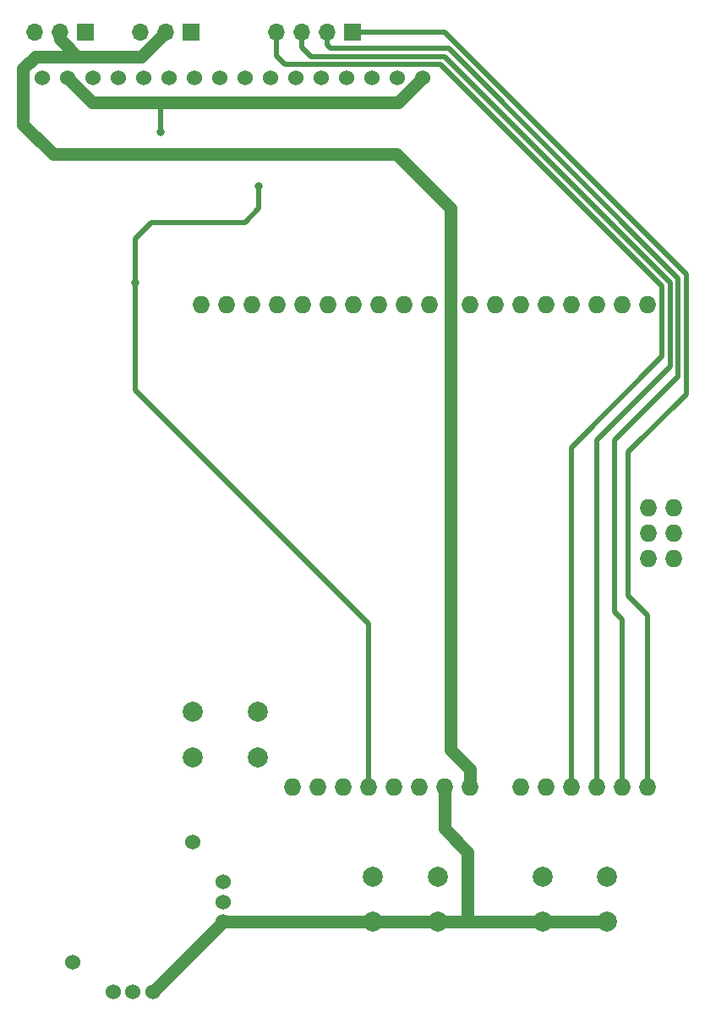
<source format=gbr>
G04 #@! TF.GenerationSoftware,KiCad,Pcbnew,5.1.5-52549c5~84~ubuntu19.04.1*
G04 #@! TF.CreationDate,2020-03-06T00:22:37-06:00*
G04 #@! TF.ProjectId,arduino-lab,61726475-696e-46f2-9d6c-61622e6b6963,rev?*
G04 #@! TF.SameCoordinates,Original*
G04 #@! TF.FileFunction,Copper,L2,Bot*
G04 #@! TF.FilePolarity,Positive*
%FSLAX46Y46*%
G04 Gerber Fmt 4.6, Leading zero omitted, Abs format (unit mm)*
G04 Created by KiCad (PCBNEW 5.1.5-52549c5~84~ubuntu19.04.1) date 2020-03-06 00:22:37*
%MOMM*%
%LPD*%
G04 APERTURE LIST*
%ADD10C,1.524000*%
%ADD11O,1.727200X1.727200*%
%ADD12C,2.000000*%
%ADD13O,1.700000X1.700000*%
%ADD14R,1.700000X1.700000*%
%ADD15C,0.800000*%
%ADD16C,1.270000*%
%ADD17C,0.508000*%
G04 APERTURE END LIST*
D10*
X106000000Y-40540000D03*
X103460000Y-40540000D03*
X100920000Y-40540000D03*
X98380000Y-40540000D03*
X95840000Y-40540000D03*
X93300000Y-40540000D03*
X90760000Y-40540000D03*
X88220000Y-40540000D03*
X85680000Y-40540000D03*
X83140000Y-40540000D03*
X80600000Y-40540000D03*
X78060000Y-40540000D03*
X75520000Y-40540000D03*
X72980000Y-40540000D03*
X70440000Y-40540000D03*
X67900000Y-40540000D03*
D11*
X128627000Y-83520000D03*
X128500000Y-111460000D03*
X125960000Y-111460000D03*
X123420000Y-111460000D03*
X120880000Y-111460000D03*
X118340000Y-111460000D03*
X92940000Y-111460000D03*
X99036000Y-63200000D03*
X96496000Y-63200000D03*
X93956000Y-63200000D03*
X88876000Y-63200000D03*
X86336000Y-63200000D03*
X83796000Y-63200000D03*
X101576000Y-63200000D03*
X104116000Y-63200000D03*
X106656000Y-63200000D03*
X91416000Y-63200000D03*
X110720000Y-63200000D03*
X113260000Y-63200000D03*
X115800000Y-63200000D03*
X118340000Y-63200000D03*
X120880000Y-63200000D03*
X123420000Y-63200000D03*
X125960000Y-63200000D03*
X128500000Y-63200000D03*
X95480000Y-111460000D03*
X98020000Y-111460000D03*
X100560000Y-111460000D03*
X103100000Y-111460000D03*
X105640000Y-111460000D03*
X108180000Y-111460000D03*
X110720000Y-111460000D03*
X115800000Y-111460000D03*
X131167000Y-83520000D03*
X128627000Y-86060000D03*
X131167000Y-86060000D03*
X131167000Y-88600000D03*
X128627000Y-88600000D03*
D12*
X83000000Y-108500000D03*
X83000000Y-104000000D03*
X89500000Y-108500000D03*
X89500000Y-104000000D03*
X124500000Y-120500000D03*
X124500000Y-125000000D03*
X118000000Y-120500000D03*
X118000000Y-125000000D03*
X107500000Y-120500000D03*
X107500000Y-125000000D03*
X101000000Y-120500000D03*
X101000000Y-125000000D03*
D13*
X91380000Y-36000000D03*
X93920000Y-36000000D03*
X96460000Y-36000000D03*
D14*
X99000000Y-36000000D03*
D13*
X77720000Y-36000000D03*
X80260000Y-36000000D03*
D14*
X82800000Y-36000000D03*
D13*
X67120000Y-36000000D03*
X69660000Y-36000000D03*
D14*
X72200000Y-36000000D03*
D10*
X71000000Y-129000000D03*
X83000000Y-117000000D03*
X75000000Y-132000000D03*
X77000000Y-132000000D03*
X79000000Y-132000000D03*
X86000000Y-125000000D03*
X86000000Y-123000000D03*
X86000000Y-121000000D03*
D15*
X79800000Y-46000000D03*
X89600000Y-51400000D03*
X77200000Y-61000000D03*
D16*
X110500000Y-118000000D02*
X108180000Y-115680000D01*
X110500000Y-125000000D02*
X110500000Y-118000000D01*
X110500000Y-125000000D02*
X124500000Y-125000000D01*
X101000000Y-125000000D02*
X110500000Y-125000000D01*
D17*
X79800000Y-46000000D02*
X79800000Y-43000000D01*
D16*
X108180000Y-115680000D02*
X108180000Y-111460000D01*
X101000000Y-125000000D02*
X86000000Y-125000000D01*
X86000000Y-125000000D02*
X79000000Y-132000000D01*
X103540000Y-43000000D02*
X106000000Y-40540000D01*
X79800000Y-43000000D02*
X103540000Y-43000000D01*
X72900000Y-43000000D02*
X70440000Y-40540000D01*
X79800000Y-43000000D02*
X72900000Y-43000000D01*
X69660000Y-36000000D02*
X69660000Y-36660000D01*
X69660000Y-36660000D02*
X71400000Y-38400000D01*
X77860000Y-38400000D02*
X80260000Y-36000000D01*
X108800000Y-53600000D02*
X103400000Y-48200000D01*
X73400000Y-38400000D02*
X77860000Y-38400000D01*
X110720000Y-109720000D02*
X108800000Y-107800000D01*
X110720000Y-111460000D02*
X110720000Y-109720000D01*
X71400000Y-38400000D02*
X73400000Y-38400000D01*
X108800000Y-107800000D02*
X108800000Y-53600000D01*
X71400000Y-38400000D02*
X67200000Y-38400000D01*
X67200000Y-38400000D02*
X66000000Y-39600000D01*
X66000000Y-39600000D02*
X66000000Y-45200000D01*
X69000000Y-48200000D02*
X103400000Y-48200000D01*
X66000000Y-45200000D02*
X69000000Y-48200000D01*
D17*
X130000000Y-61400000D02*
X130000000Y-68400000D01*
X120880000Y-77520000D02*
X120880000Y-111460000D01*
X130000000Y-68400000D02*
X120880000Y-77520000D01*
X91380000Y-36000000D02*
X91380000Y-38380000D01*
X92200000Y-39200000D02*
X107800000Y-39200000D01*
X91380000Y-38380000D02*
X92200000Y-39200000D01*
X107800000Y-39200000D02*
X130000000Y-61400000D01*
X123420000Y-76780000D02*
X123420000Y-111460000D01*
X93920000Y-36000000D02*
X93920000Y-37520000D01*
X94800000Y-38400000D02*
X108200000Y-38400000D01*
X93920000Y-37520000D02*
X94800000Y-38400000D01*
X108200000Y-38400000D02*
X130800000Y-61000000D01*
X130800000Y-69400000D02*
X123420000Y-76780000D01*
X130800000Y-61000000D02*
X130800000Y-69400000D01*
X131600000Y-70400000D02*
X125200000Y-76800000D01*
X96460000Y-37260000D02*
X96800000Y-37600000D01*
X125200000Y-94000000D02*
X125960000Y-94760000D01*
X125200000Y-76800000D02*
X125200000Y-94000000D01*
X108600000Y-37600000D02*
X131600000Y-60600000D01*
X96460000Y-36000000D02*
X96460000Y-37260000D01*
X125960000Y-94760000D02*
X125960000Y-111460000D01*
X96800000Y-37600000D02*
X108600000Y-37600000D01*
X131600000Y-60600000D02*
X131600000Y-70400000D01*
X126600000Y-92400000D02*
X128500000Y-94300000D01*
X108200000Y-36000000D02*
X132400000Y-60200000D01*
X132400000Y-72200000D02*
X126600000Y-78000000D01*
X99000000Y-36000000D02*
X108200000Y-36000000D01*
X128500000Y-94300000D02*
X128500000Y-111460000D01*
X132400000Y-60200000D02*
X132400000Y-72200000D01*
X126600000Y-78000000D02*
X126600000Y-92400000D01*
X77200000Y-71800000D02*
X100560000Y-95160000D01*
X89600000Y-53600000D02*
X88200000Y-55000000D01*
X88200000Y-55000000D02*
X78800000Y-55000000D01*
X89600000Y-51400000D02*
X89600000Y-53600000D01*
X78800000Y-55000000D02*
X77200000Y-56600000D01*
X100560000Y-95160000D02*
X100560000Y-111460000D01*
X77200000Y-56600000D02*
X77200000Y-61000000D01*
X77200000Y-61000000D02*
X77200000Y-71800000D01*
M02*

</source>
